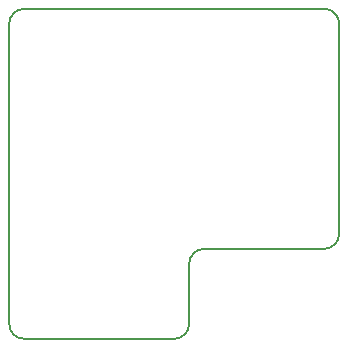
<source format=gbr>
G04 #@! TF.FileFunction,Profile,NP*
%FSLAX46Y46*%
G04 Gerber Fmt 4.6, Leading zero omitted, Abs format (unit mm)*
G04 Created by KiCad (PCBNEW 4.0.2-4+6225~38~ubuntu15.10.1-stable) date Sat 27 Feb 2016 01:04:02 PM PST*
%MOMM*%
G01*
G04 APERTURE LIST*
%ADD10C,0.100000*%
%ADD11C,0.150000*%
G04 APERTURE END LIST*
D10*
D11*
X137160000Y-109220000D02*
X138430000Y-109220000D01*
X121920000Y-88900000D02*
X123190000Y-88900000D01*
X120650000Y-91440000D02*
X120650000Y-90170000D01*
X120650000Y-115570000D02*
X120650000Y-114300000D01*
X123190000Y-116840000D02*
X121920000Y-116840000D01*
X135890000Y-114300000D02*
X135890000Y-115570000D01*
X135890000Y-110490000D02*
X135890000Y-111760000D01*
X139700000Y-109220000D02*
X138430000Y-109220000D01*
X147320000Y-109220000D02*
X146050000Y-109220000D01*
X148590000Y-106680000D02*
X148590000Y-107950000D01*
X148590000Y-90170000D02*
X148590000Y-91440000D01*
X147320000Y-88900000D02*
X146050000Y-88900000D01*
X147320000Y-109220000D02*
G75*
G03X148590000Y-107950000I0J1270000D01*
G01*
X137160000Y-109220000D02*
G75*
G03X135890000Y-110490000I0J-1270000D01*
G01*
X134620000Y-116840000D02*
G75*
G03X135890000Y-115570000I0J1270000D01*
G01*
X120650000Y-115570000D02*
G75*
G03X121920000Y-116840000I1270000J0D01*
G01*
X121920000Y-88900000D02*
G75*
G03X120650000Y-90170000I0J-1270000D01*
G01*
X148590000Y-90170000D02*
G75*
G03X147320000Y-88900000I-1270000J0D01*
G01*
X123190000Y-88900000D02*
X146050000Y-88900000D01*
X120650000Y-114300000D02*
X120650000Y-91440000D01*
X134620000Y-116840000D02*
X123190000Y-116840000D01*
X135890000Y-111760000D02*
X135890000Y-114300000D01*
X146050000Y-109220000D02*
X139700000Y-109220000D01*
X148590000Y-91440000D02*
X148590000Y-106680000D01*
M02*

</source>
